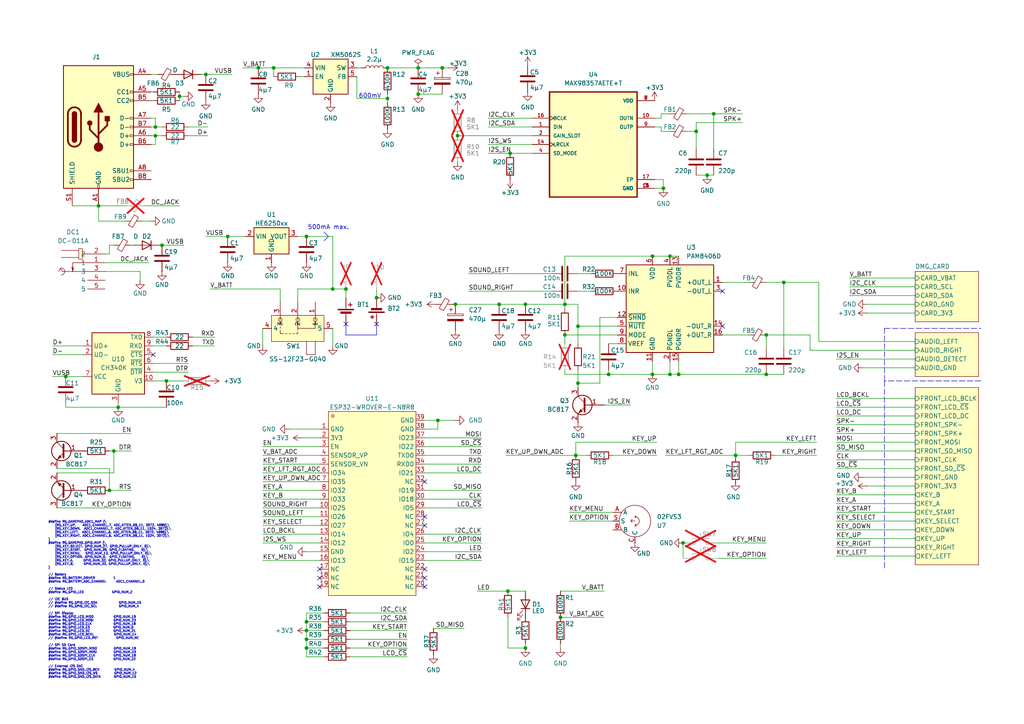
<source format=kicad_sch>
(kicad_sch (version 20231120) (generator "eeschema") (generator_version "8.0")
  (paper "A4")
  (junction (at 144.78 88.265))
  (junction (at 205.105 50.8))
  (junction (at 194.31 108.585))
  (junction (at 121.285 27.305))
  (junction (at 74.93 19.685))
  (junction (at 222.25 108.585))
  (junction (at 112.395 28.575) (diameter 0.9144))
  (junction (at 100.33 83.82))
  (junction (at 189.23 108.585))
  (junction (at 152.4 88.265))
  (junction (at 48.26 110.49))
  (junction (at 147.955 44.45))
  (junction (at 79.375 19.685))
  (junction (at 198.12 157.48))
  (junction (at 167.005 132.08))
  (junction (at 31.75 142.24))
  (junction (at 128.27 19.685))
  (junction (at 196.85 108.585))
  (junction (at 46.99 71.12))
  (junction (at 121.285 19.685) (diameter 0.9144))
  (junction (at 66.04 68.58))
  (junction (at 167.64 111.125))
  (junction (at 201.93 38.1))
  (junction (at 34.29 118.11))
  (junction (at 45.085 36.83))
  (junction (at 222.25 97.155))
  (junction (at 207.01 33.02))
  (junction (at 88.9 180.34))
  (junction (at 52.07 27.94))
  (junction (at 33.02 130.81))
  (junction (at 127 121.92))
  (junction (at 162.56 179.07))
  (junction (at 163.83 88.265))
  (junction (at 88.9 187.96))
  (junction (at 59.69 21.59))
  (junction (at 167.64 94.615))
  (junction (at 28.575 59.69))
  (junction (at 213.36 132.08))
  (junction (at 227.33 81.915))
  (junction (at 109.22 86.36))
  (junction (at 189.23 74.295))
  (junction (at 88.9 185.42))
  (junction (at 163.83 97.155))
  (junction (at 194.31 74.295))
  (junction (at 88.9 182.88))
  (junction (at 152.4 187.96))
  (junction (at 147.32 171.45))
  (junction (at 88.9 68.58))
  (junction (at 19.05 109.22))
  (junction (at 132.08 88.265))
  (junction (at 176.53 108.585))
  (junction (at 96.52 83.82))
  (junction (at 192.405 54.61))
  (junction (at 132.715 39.37))
  (junction (at 112.395 19.685))
  (junction (at 45.085 39.37))
  (no_connect (at 92.71 170.18))
  (no_connect (at 123.19 165.1))
  (no_connect (at 92.71 167.64))
  (no_connect (at 109.22 93.98))
  (no_connect (at 100.33 93.98))
  (no_connect (at 123.19 149.86))
  (no_connect (at 209.55 94.615))
  (no_connect (at 123.19 167.64))
  (no_connect (at 92.71 165.1))
  (no_connect (at 123.19 170.18))
  (no_connect (at 123.19 152.4))
  (no_connect (at 123.19 139.7))
  (no_connect (at 44.45 102.87))
  (no_connect (at 209.55 84.455))
  (wire (pts (xy 76.2 154.94) (xy 92.71 154.94)))
  (wire (pts (xy 123.19 124.46) (xy 127 124.46)))
  (wire (pts (xy 177.8 132.08) (xy 190.5 132.08)))
  (wire (pts (xy 213.36 132.08) (xy 217.17 132.08)))
  (wire (pts (xy 86.36 83.82) (xy 96.52 83.82)))
  (wire (pts (xy 191.77 33.02) (xy 191.77 34.29)))
  (wire (pts (xy 38.1 71.12) (xy 38.735 71.12)))
  (wire (pts (xy 147.955 44.45) (xy 154.305 44.45)))
  (wire (pts (xy 31.75 142.24) (xy 38.1 142.24)))
  (wire (pts (xy 76.2 95.25) (xy 76.2 100.33)))
  (wire (pts (xy 79.375 19.685) (xy 88.265 19.685)))
  (wire (pts (xy 242.57 115.57) (xy 265.43 115.57)))
  (wire (pts (xy 45.085 34.29) (xy 45.085 36.83)))
  (wire (pts (xy 44.45 110.49) (xy 48.26 110.49)))
  (wire (pts (xy 246.38 85.725) (xy 265.43 85.725)))
  (wire (pts (xy 163.83 99.695) (xy 163.83 97.155)))
  (wire (pts (xy 38.1 147.32) (xy 16.51 147.32)))
  (wire (pts (xy 96.52 68.58) (xy 96.52 83.82)))
  (wire (pts (xy 190.5 128.27) (xy 167.005 128.27)))
  (wire (pts (xy 207.01 33.02) (xy 207.01 43.18)))
  (wire (pts (xy 132.08 88.265) (xy 144.78 88.265)))
  (wire (pts (xy 53.34 27.94) (xy 52.07 27.94)))
  (wire (pts (xy 31.75 71.12) (xy 31.75 73.66)))
  (wire (pts (xy 242.57 143.51) (xy 265.43 143.51)))
  (wire (pts (xy 52.07 27.94) (xy 52.07 29.21)))
  (wire (pts (xy 167.64 84.455) (xy 171.45 84.455)))
  (wire (pts (xy 87.63 127) (xy 92.71 127)))
  (wire (pts (xy 201.93 35.56) (xy 215.265 35.56)))
  (wire (pts (xy 76.2 162.56) (xy 92.71 162.56)))
  (wire (pts (xy 189.23 74.295) (xy 194.31 74.295)))
  (wire (pts (xy 28.575 59.69) (xy 36.83 59.69)))
  (wire (pts (xy 44.45 100.33) (xy 48.26 100.33)))
  (wire (pts (xy 59.69 21.59) (xy 67.31 21.59)))
  (wire (pts (xy 70.485 19.685) (xy 74.93 19.685)))
  (wire (pts (xy 123.19 154.94) (xy 139.7 154.94)))
  (wire (pts (xy 101.6 187.96) (xy 118.11 187.96)))
  (wire (pts (xy 138.43 171.45) (xy 147.32 171.45)))
  (wire (pts (xy 242.57 161.29) (xy 265.43 161.29)))
  (wire (pts (xy 43.815 21.59) (xy 45.72 21.59)))
  (wire (pts (xy 86.36 68.58) (xy 88.9 68.58)))
  (wire (pts (xy 55.88 100.33) (xy 62.23 100.33)))
  (wire (pts (xy 141.605 44.45) (xy 147.955 44.45)))
  (wire (pts (xy 123.19 134.62) (xy 139.7 134.62)))
  (wire (pts (xy 30.48 76.2) (xy 43.18 76.2)))
  (wire (pts (xy 53.34 110.49) (xy 48.26 110.49)))
  (wire (pts (xy 20.955 59.69) (xy 28.575 59.69)))
  (polyline (pts (xy 93.98 67.31) (xy 95.25 68.58)))
  (wire (pts (xy 93.98 185.42) (xy 88.9 185.42)))
  (wire (pts (xy 242.57 128.27) (xy 265.43 128.27)))
  (wire (pts (xy 123.19 129.54) (xy 139.7 129.54)))
  (wire (pts (xy 147.32 179.07) (xy 147.32 187.96)))
  (wire (pts (xy 162.56 171.45) (xy 175.26 171.45)))
  (wire (pts (xy 44.45 105.41) (xy 54.61 105.41)))
  (wire (pts (xy 123.19 162.56) (xy 139.7 162.56)))
  (wire (pts (xy 189.865 52.07) (xy 192.405 52.07)))
  (wire (pts (xy 76.2 139.7) (xy 92.71 139.7)))
  (wire (pts (xy 265.43 99.06) (xy 237.49 99.06)))
  (wire (pts (xy 167.005 132.08) (xy 170.18 132.08)))
  (wire (pts (xy 30.48 78.74) (xy 40.64 78.74)))
  (wire (pts (xy 112.395 28.575) (xy 112.395 29.845)))
  (wire (pts (xy 88.9 182.88) (xy 88.9 185.42)))
  (wire (pts (xy 127 124.46) (xy 127 121.92)))
  (wire (pts (xy 76.2 132.08) (xy 92.71 132.08)))
  (wire (pts (xy 147.32 171.45) (xy 152.4 171.45)))
  (wire (pts (xy 222.25 108.585) (xy 227.33 108.585)))
  (wire (pts (xy 76.2 152.4) (xy 92.71 152.4)))
  (wire (pts (xy 194.31 33.02) (xy 191.77 33.02)))
  (wire (pts (xy 165.1 151.13) (xy 177.8 151.13)))
  (wire (pts (xy 31.75 130.81) (xy 33.02 130.81)))
  (wire (pts (xy 154.305 41.91) (xy 141.605 41.91)))
  (wire (pts (xy 15.24 109.22) (xy 19.05 109.22)))
  (wire (pts (xy 176.53 99.695) (xy 179.07 99.695)))
  (wire (pts (xy 242.57 104.14) (xy 265.43 104.14)))
  (wire (pts (xy 199.39 33.02) (xy 207.01 33.02)))
  (wire (pts (xy 16.51 135.89) (xy 31.75 135.89)))
  (wire (pts (xy 234.95 101.6) (xy 234.95 97.155)))
  (wire (pts (xy 208.28 157.48) (xy 222.25 157.48)))
  (polyline (pts (xy 256.54 95.25) (xy 284.48 95.25)) (stroke (width 0) (type dash)))
  (wire (pts (xy 54.61 36.83) (xy 60.325 36.83)))
  (wire (pts (xy 189.23 104.775) (xy 189.23 108.585)))
  (wire (pts (xy 234.95 97.155) (xy 222.25 97.155)))
  (wire (pts (xy 19.05 118.11) (xy 19.05 116.84)))
  (wire (pts (xy 167.64 94.615) (xy 167.64 99.695)))
  (wire (pts (xy 189.23 108.585) (xy 176.53 108.585)))
  (wire (pts (xy 125.73 182.245) (xy 134.62 182.245)))
  (wire (pts (xy 242.57 120.65) (xy 265.43 120.65)))
  (wire (pts (xy 93.98 190.5) (xy 88.9 190.5)))
  (wire (pts (xy 15.24 102.87) (xy 24.13 102.87)))
  (wire (pts (xy 135.89 84.455) (xy 160.02 84.455)))
  (wire (pts (xy 123.19 137.16) (xy 139.7 137.16)))
  (wire (pts (xy 88.9 160.02) (xy 92.71 160.02)))
  (wire (pts (xy 147.32 187.96) (xy 152.4 187.96)))
  (wire (pts (xy 167.005 128.27) (xy 167.005 132.08)))
  (wire (pts (xy 123.19 121.92) (xy 127 121.92)))
  (wire (pts (xy 173.99 111.125) (xy 173.99 92.075)))
  (wire (pts (xy 123.19 132.08) (xy 139.7 132.08)))
  (wire (pts (xy 213.36 128.27) (xy 213.36 132.08)))
  (wire (pts (xy 163.83 74.295) (xy 189.23 74.295)))
  (wire (pts (xy 242.57 130.81) (xy 265.43 130.81)))
  (wire (pts (xy 45.085 39.37) (xy 45.085 41.91)))
  (wire (pts (xy 176.53 107.315) (xy 176.53 108.585)))
  (wire (pts (xy 207.01 33.02) (xy 215.265 33.02)))
  (wire (pts (xy 31.75 73.66) (xy 30.48 73.66)))
  (wire (pts (xy 242.57 146.05) (xy 265.43 146.05)))
  (wire (pts (xy 242.57 125.73) (xy 265.43 125.73)))
  (wire (pts (xy 167.64 111.125) (xy 167.64 112.395)))
  (wire (pts (xy 76.2 142.24) (xy 92.71 142.24)))
  (wire (pts (xy 250.19 106.68) (xy 265.43 106.68)))
  (wire (pts (xy 33.02 130.81) (xy 33.02 137.16)))
  (wire (pts (xy 131.445 88.265) (xy 132.08 88.265)))
  (wire (pts (xy 15.24 100.33) (xy 24.13 100.33)))
  (wire (pts (xy 76.2 147.32) (xy 92.71 147.32)))
  (wire (pts (xy 209.55 97.155) (xy 217.17 97.155)))
  (wire (pts (xy 191.77 36.83) (xy 189.865 36.83)))
  (wire (pts (xy 93.98 182.88) (xy 88.9 182.88)))
  (wire (pts (xy 196.85 108.585) (xy 222.25 108.585)))
  (wire (pts (xy 55.88 97.79) (xy 62.23 97.79)))
  (wire (pts (xy 167.64 88.265) (xy 163.83 88.265)))
  (wire (pts (xy 179.07 94.615) (xy 167.64 94.615)))
  (wire (pts (xy 43.815 39.37) (xy 45.085 39.37)))
  (wire (pts (xy 93.98 180.34) (xy 88.9 180.34)))
  (wire (pts (xy 45.085 36.83) (xy 46.99 36.83)))
  (wire (pts (xy 167.64 79.375) (xy 171.45 79.375)))
  (wire (pts (xy 43.815 36.83) (xy 45.085 36.83)))
  (wire (pts (xy 76.2 157.48) (xy 92.71 157.48)))
  (wire (pts (xy 43.815 29.21) (xy 44.45 29.21)))
  (wire (pts (xy 81.28 87.63) (xy 81.28 83.82)))
  (wire (pts (xy 192.405 52.07) (xy 192.405 54.61)))
  (wire (pts (xy 163.83 97.155) (xy 179.07 97.155)))
  (wire (pts (xy 28.575 59.69) (xy 28.575 64.135)))
  (wire (pts (xy 101.6 182.88) (xy 118.11 182.88)))
  (wire (pts (xy 93.98 177.8) (xy 88.9 177.8)))
  (wire (pts (xy 88.9 187.96) (xy 88.9 185.42)))
  (wire (pts (xy 246.38 83.185) (xy 265.43 83.185)))
  (wire (pts (xy 36.195 64.135) (xy 28.575 64.135)))
  (wire (pts (xy 44.45 97.79) (xy 48.26 97.79)))
  (wire (pts (xy 162.56 179.07) (xy 175.26 179.07)))
  (wire (pts (xy 251.46 88.265) (xy 265.43 88.265)))
  (wire (pts (xy 58.42 21.59) (xy 59.69 21.59)))
  (wire (pts (xy 196.85 104.775) (xy 196.85 108.585)))
  (wire (pts (xy 86.36 83.82) (xy 86.36 87.63)))
  (wire (pts (xy 128.27 19.685) (xy 121.285 19.685)))
  (wire (pts (xy 46.99 71.12) (xy 53.34 71.12)))
  (wire (pts (xy 76.2 137.16) (xy 92.71 137.16)))
  (wire (pts (xy 86.995 22.225) (xy 88.265 22.225)))
  (wire (pts (xy 167.64 111.125) (xy 173.99 111.125)))
  (wire (pts (xy 194.31 38.1) (xy 191.77 38.1)))
  (wire (pts (xy 127 121.92) (xy 132.08 121.92)))
  (wire (pts (xy 237.49 99.06) (xy 237.49 81.915)))
  (wire (pts (xy 43.815 64.135) (xy 41.275 64.135)))
  (wire (pts (xy 224.79 132.08) (xy 236.855 132.08)))
  (wire (pts (xy 242.57 133.35) (xy 265.43 133.35)))
  (wire (pts (xy 76.2 134.62) (xy 92.71 134.62)))
  (wire (pts (xy 201.93 38.1) (xy 201.93 43.18)))
  (wire (pts (xy 242.57 118.11) (xy 265.43 118.11)))
  (wire (pts (xy 123.19 157.48) (xy 139.7 157.48)))
  (wire (pts (xy 167.64 107.315) (xy 167.64 111.125)))
  (wire (pts (xy 109.22 83.82) (xy 109.22 86.36)))
  (wire (pts (xy 242.57 158.75) (xy 265.43 158.75)))
  (wire (pts (xy 33.02 71.12) (xy 31.75 71.12)))
  (polyline (pts (xy 100.33 97.155) (xy 109.22 97.155)))
  (wire (pts (xy 101.6 185.42) (xy 118.11 185.42)))
  (wire (pts (xy 76.2 149.86) (xy 92.71 149.86)))
  (wire (pts (xy 31.75 135.89) (xy 31.75 142.24)))
  (wire (pts (xy 175.26 117.475) (xy 182.88 117.475)))
  (wire (pts (xy 163.83 107.315) (xy 163.83 108.585)))
  (wire (pts (xy 46.355 71.12) (xy 46.99 71.12)))
  (wire (pts (xy 48.26 118.11) (xy 34.29 118.11)))
  (wire (pts (xy 152.4 88.265) (xy 163.83 88.265)))
  (wire (pts (xy 144.78 88.265) (xy 152.4 88.265)))
  (wire (pts (xy 43.815 26.67) (xy 44.45 26.67)))
  (wire (pts (xy 250.19 138.43) (xy 265.43 138.43)))
  (wire (pts (xy 208.28 161.925) (xy 222.25 161.925)))
  (wire (pts (xy 132.715 39.37) (xy 154.305 39.37)))
  (wire (pts (xy 242.57 135.89) (xy 265.43 135.89)))
  (wire (pts (xy 251.46 140.97) (xy 265.43 140.97)))
  (wire (pts (xy 196.85 108.585) (xy 194.31 108.585)))
  (wire (pts (xy 101.6 180.34) (xy 118.11 180.34)))
  (wire (pts (xy 201.93 50.8) (xy 205.105 50.8)))
  (wire (pts (xy 189.865 54.61) (xy 192.405 54.61)))
  (wire (pts (xy 165.1 148.59) (xy 177.8 148.59)))
  (wire (pts (xy 222.25 81.915) (xy 227.33 81.915)))
  (wire (pts (xy 198.12 157.48) (xy 198.12 161.925)))
  (wire (pts (xy 201.93 35.56) (xy 201.93 38.1)))
  (wire (pts (xy 194.31 104.775) (xy 194.31 108.585)))
  (wire (pts (xy 196.85 74.295) (xy 194.31 74.295)))
  (wire (pts (xy 227.33 81.915) (xy 227.33 100.965)))
  (wire (pts (xy 101.6 190.5) (xy 118.11 190.5)))
  (wire (pts (xy 242.57 123.19) (xy 265.43 123.19)))
  (wire (pts (xy 88.9 180.34) (xy 88.9 182.88)))
  (wire (pts (xy 88.9 190.5) (xy 88.9 187.96)))
  (wire (pts (xy 173.99 92.075) (xy 179.07 92.075)))
  (wire (pts (xy 59.69 68.58) (xy 66.04 68.58)))
  (wire (pts (xy 96.52 95.25) (xy 96.52 100.33)))
  (wire (pts (xy 100.33 86.36) (xy 100.33 83.82)))
  (wire (pts (xy 45.085 39.37) (xy 46.99 39.37)))
  (polyline (pts (xy 100.33 93.98) (xy 100.33 97.155)))
  (wire (pts (xy 167.64 94.615) (xy 167.64 88.265)))
  (wire (pts (xy 242.57 148.59) (xy 265.43 148.59)))
  (wire (pts (xy 43.815 34.29) (xy 45.085 34.29)))
  (wire (pts (xy 88.9 68.58) (xy 96.52 68.58)))
  (wire (pts (xy 44.45 107.95) (xy 54.61 107.95)))
  (wire (pts (xy 76.2 144.78) (xy 92.71 144.78)))
  (wire (pts (xy 103.505 22.225) (xy 103.505 28.575)))
  (wire (pts (xy 101.6 177.8) (xy 118.11 177.8)))
  (wire (pts (xy 194.31 108.585) (xy 189.23 108.585)))
  (wire (pts (xy 76.2 129.54) (xy 92.71 129.54)))
  (wire (pts (xy 34.29 118.11) (xy 19.05 118.11)))
  (wire (pts (xy 191.77 38.1) (xy 191.77 36.83)))
  (wire (pts (xy 152.4 187.96) (xy 152.4 186.69)))
  (wire (pts (xy 251.46 90.805) (xy 265.43 90.805)))
  (wire (pts (xy 123.19 144.78) (xy 139.7 144.78)))
  (wire (pts (xy 19.05 109.22) (xy 24.13 109.22)))
  (wire (pts (xy 237.49 81.915) (xy 227.33 81.915)))
  (wire (pts (xy 16.51 125.73) (xy 38.1 125.73)))
  (polyline (pts (xy 93.98 69.85) (xy 95.25 68.58)))
  (wire (pts (xy 104.775 19.685) (xy 103.505 19.685)))
  (wire (pts (xy 79.375 19.685) (xy 79.375 22.225)))
  (polyline (pts (xy 256.54 110.49) (xy 256.54 95.25)) (stroke (width 0) (type dash)))
  (wire (pts (xy 191.77 34.29) (xy 189.865 34.29)))
  (wire (pts (xy 112.395 19.685) (xy 121.285 19.685)))
  (wire (pts (xy 242.57 151.13) (xy 265.43 151.13)))
  (wire (pts (xy 34.29 118.11) (xy 34.29 116.84)))
  (wire (pts (xy 66.04 68.58) (xy 71.12 68.58)))
  (wire (pts (xy 130.175 19.685) (xy 128.27 19.685)))
  (wire (pts (xy 205.105 50.8) (xy 207.01 50.8)))
  (wire (pts (xy 146.685 132.08) (xy 167.005 132.08)))
  (wire (pts (xy 236.855 128.27) (xy 213.36 128.27)))
  (wire (pts (xy 154.305 36.83) (xy 141.605 36.83)))
  (wire (pts (xy 96.52 83.82) (xy 100.33 83.82)))
  (wire (pts (xy 163.83 74.295) (xy 163.83 88.265)))
  (wire (pts (xy 41.91 59.69) (xy 52.07 59.69)))
  (wire (pts (xy 209.55 81.915) (xy 217.17 81.915)))
  (wire (pts (xy 246.38 80.645) (xy 265.43 80.645)))
  (wire (pts (xy 265.43 101.6) (xy 234.95 101.6)))
  (wire (pts (xy 163.83 88.265) (xy 163.83 89.535)))
  (wire (pts (xy 88.9 177.8) (xy 88.9 180.34)))
  (wire (pts (xy 54.61 39.37) (xy 60.325 39.37)))
  (wire (pts (xy 163.83 108.585) (xy 176.53 108.585)))
  (wire (pts (xy 154.305 34.29) (xy 141.605 34.29)))
  (wire (pts (xy 193.04 132.08) (xy 213.36 132.08)))
  (wire (pts (xy 33.02 130.81) (xy 38.1 130.81)))
  (polyline (pts (xy 284.48 110.49) (xy 256.54 110.49)) (stroke (width 0) (type dash)))
  (wire (pts (xy 121.285 27.305) (xy 128.27 27.305)))
  (wire (pts (xy 213.36 140.335) (xy 213.36 139.7)))
  (wire (pts (xy 74.93 19.685) (xy 79.375 19.685)))
  (wire (pts (xy 60.96 83.82) (xy 81.28 83.82)))
  (wire (pts (xy 242.57 156.21) (xy 265.43 156.21)))
  (wire (pts (xy 103.505 28.575) (xy 112.395 28.575)))
  (polyline (pts (xy 109.22 93.98) (xy 109.22 97.155)))
  (wire (pts (xy 123.19 160.02) (xy 139.7 160.02)))
  (wire (pts (xy 162.56 187.96) (xy 162.56 186.69)))
  (wire (pts (xy 123.19 147.32) (xy 139.7 147.32)))
  (wire (pts (xy 43.815 41.91) (xy 45.085 41.91)))
  (wire (pts (xy 83.82 124.46) (xy 92.71 124.46)))
  (wire (pts (xy 112.395 27.305) (xy 112.395 28.575)))
  (wire (pts (xy 16.51 137.16) (xy 33.02 137.16)))
  (wire (pts (xy 123.19 127) (xy 139.7 127)))
  (wire (pts (xy 123.19 142.24) (xy 139.7 142.24)))
  (wire (pts (xy 135.89 79.375) (xy 160.02 79.375)))
  (wire (pts (xy 199.39 38.1) (xy 201.93 38.1)))
  (wire (pts (xy 242.57 153.67) (xy 265.43 153.67)))
  (wire (pts (xy 93.98 187.96) (xy 88.9 187.96)))
  (wire (pts (xy 40.64 81.28) (xy 40.64 78.74)))
  (wire (pts (xy 213.36 132.715) (xy 213.36 132.08)))
  (wire (pts (xy 222.25 97.155) (xy 222.25 100.965)))
  (wire (pts (xy 52.07 26.67) (xy 52.07 27.94)))
  (polyline (pts (xy 256.54 110.49) (xy 256.54 165.1)) (stroke (width 0) (type dash)))
  (text "600mV" (at 107.315 27.94 0) (effects (font (size 1.27 1.27))))
  (text "#define RG_GAMEPAD_ADC1_MAP {\\\n    {RG_KEY_UP,    ADC1_CHANNEL_7, ADC_ATTEN_DB_11, 3072, 4096},\\\n    {RG_KEY_DOWN,  ADC1_CHANNEL_7, ADC_ATTEN_DB_11, 1024, 3072},\\\n    {RG_KEY_LEFT,  ADC1_CHANNEL_6, ADC_ATTEN_DB_11, 3072, 4096},\\\n    {RG_KEY_RIGHT, ADC1_CHANNEL_6, ADC_ATTEN_DB_11, 1024, 3072},\\\n}\n#define RG_GAMEPAD_GPIO_MAP {\\\n    {RG_KEY_SELECT, GPIO_NUM_27, GPIO_PULLUP_ONLY, 0},\\\n    {RG_KEY_START,  GPIO_NUM_39, GPIO_FLOATING,    0},\\\n    {RG_KEY_MENU,   GPIO_NUM_13, GPIO_PULLUP_ONLY, 0},\\\n    {RG_KEY_OPTION, GPIO_NUM_0,  GPIO_FLOATING,    0},\\\n    {RG_KEY_A,      GPIO_NUM_32, GPIO_PULLUP_ONLY, 0},\\\n    {RG_KEY_B,      GPIO_NUM_33, GPIO_PULLUP_ONLY, 0},\\\n}\n\n// Battery\n#define RG_BATTERY_DRIVER           1\n#define RG_BATTERY_ADC_CHANNEL      ADC1_CHANNEL_0\n\n// Status LED\n#define RG_GPIO_LED                 GPIO_NUM_2\n\n// I2C BUS\n// #define RG_GPIO_I2C_SDA             GPIO_NUM_15\n// #define RG_GPIO_I2C_SCL             GPIO_NUM_4\n\n// SPI Display\n#define RG_GPIO_LCD_MISO            GPIO_NUM_19\n#define RG_GPIO_LCD_MOSI            GPIO_NUM_23\n#define RG_GPIO_LCD_CLK             GPIO_NUM_18\n#define RG_GPIO_LCD_CS              GPIO_NUM_5\n#define RG_GPIO_LCD_DC              GPIO_NUM_21\n#define RG_GPIO_LCD_BCKL            GPIO_NUM_14\n// #define RG_GPIO_LCD_RST           GPIO_NUM_NC\n\n// SPI SD Card\n#define RG_GPIO_SDSPI_MISO          GPIO_NUM_19\n#define RG_GPIO_SDSPI_MOSI          GPIO_NUM_23\n#define RG_GPIO_SDSPI_CLK           GPIO_NUM_18\n#define RG_GPIO_SDSPI_CS            GPIO_NUM_22\n\n// External I2S DAC\n#define RG_GPIO_SND_I2S_BCK         GPIO_NUM_4\n#define RG_GPIO_SND_I2S_WS          GPIO_NUM_12\n#define RG_GPIO_SND_I2S_DATA        GPIO_NUM_15" (at 13.97 173.99 0) (effects (font (size 0.635 0.635)) (justify left)))
  (text "500mA max." (at 95.25 66.04 0) (effects (font (size 1.27 1.27))))
  (label "I2C_SDA" (at 246.38 85.725 0))
  (label "V_BATT" (at 175.26 171.45 180))
  (label "KEY_LFT_RGT_ADC" (at 76.2 137.16 0))
  (label "VUSB" (at 15.24 109.22 0))
  (label "I2C_CLK" (at 141.605 34.29 0))
  (label "RXD" (at 62.23 97.79 180))
  (label "DTR" (at 54.61 107.95 180))
  (label "KEY_RIGHT" (at 236.855 132.08 180))
  (label "V_BAT_ADC" (at 175.26 179.07 180))
  (label "I2C_CLK" (at 139.7 154.94 180))
  (label "VUSB" (at 59.69 68.58 0))
  (label "D+" (at 15.24 100.33 0))
  (label "CLK" (at 139.7 144.78 180))
  (label "SD_MISO" (at 139.7 142.24 180))
  (label "SPK+" (at 242.57 125.73 0))
  (label "TXD" (at 62.23 100.33 180))
  (label "EN" (at 76.2 129.54 0))
  (label "LED" (at 138.43 171.45 0))
  (label "EN" (at 38.1 125.73 180))
  (label "KEY_RIGHT" (at 242.57 158.75 0))
  (label "RXD" (at 139.7 134.62 180))
  (label "I2S_EN" (at 141.605 44.45 0))
  (label "KEY_LEFT" (at 236.855 128.27 180))
  (label "KEY_UP_DWN_ADC" (at 76.2 139.7 0))
  (label "SOUND_LEFT" (at 135.89 79.375 0))
  (label "I2C_SDA" (at 141.605 36.83 0))
  (label "KEY_DOWN" (at 190.5 132.08 180))
  (label "MOSI" (at 139.7 127 180))
  (label "SPK-" (at 215.265 33.02 180))
  (label "DTR" (at 38.1 130.81 180))
  (label "KEY_LEFT" (at 242.57 161.29 0))
  (label "LCD_BCKL" (at 76.2 154.94 0))
  (label "KEY_SELECT" (at 76.2 152.4 0))
  (label "SOUND_LEFT" (at 76.2 149.86 0))
  (label "EN" (at 118.11 185.42 180))
  (label "LCD_DC" (at 139.7 137.16 180))
  (label "SD_MISO" (at 242.57 130.81 0))
  (label "LED" (at 139.7 160.02 180))
  (label "TXD" (at 139.7 132.08 180))
  (label "DC_JACK" (at 43.18 76.2 180))
  (label "LCD_BCKL" (at 242.57 115.57 0))
  (label "KEY_B" (at 242.57 143.51 0))
  (label "KEY_OPTION" (at 165.1 151.13 0))
  (label "KEY_OPTION" (at 222.25 161.925 180))
  (label "KEY_A" (at 76.2 142.24 0))
  (label "I2S_WS" (at 141.605 41.91 0))
  (label "SD_MISO" (at 134.62 182.245 180))
  (label "V_BATT" (at 70.485 19.685 0))
  (label "SD_~{CS}" (at 139.7 129.54 180))
  (label "KEY_MENU" (at 165.1 148.59 0))
  (label "KEY_UP" (at 190.5 128.27 180))
  (label "CLK" (at 242.57 133.35 0))
  (label "D-" (at 15.24 102.87 0))
  (label "I2C_SDA" (at 118.11 180.34 180))
  (label "RTS" (at 38.1 142.24 180))
  (label "MOSI" (at 242.57 128.27 0))
  (label "I2S_WS" (at 76.2 157.48 0))
  (label "KEY_A" (at 242.57 146.05 0))
  (label "I2C_CLK" (at 246.38 83.185 0))
  (label "KEY_UP_DWN_ADC" (at 146.685 132.08 0))
  (label "RTS" (at 54.61 105.41 180))
  (label "SPK-" (at 242.57 123.19 0))
  (label "V_BATT" (at 60.96 83.82 0))
  (label "KEY_MENU" (at 76.2 162.56 0))
  (label "VUSB" (at 53.34 71.12 180))
  (label "KEY_MENU" (at 222.25 157.48 180))
  (label "LCD_DC" (at 242.57 120.65 0))
  (label "V_BAT_ADC" (at 76.2 132.08 0))
  (label "I2C_SDA" (at 139.7 162.56 180))
  (label "KEY_OPTION" (at 38.1 147.32 180))
  (label "KEY_LFT_RGT_ADC" (at 193.04 132.08 0))
  (label "SOUND_RIGHT" (at 76.2 147.32 0))
  (label "LCD_~{CS}" (at 139.7 147.32 180))
  (label "SOUND_RIGHT" (at 135.89 84.455 0))
  (label "KEY_SELECT" (at 242.57 151.13 0))
  (label "LCD_~{CS}" (at 242.57 118.11 0))
  (label "SD_~{CS}" (at 242.57 135.89 0))
  (label "KEY_OPTION" (at 139.7 157.48 180))
  (label "KEY_B" (at 76.2 144.78 0))
  (label "D-" (at 60.325 36.83 180))
  (label "I2S_EN" (at 242.57 104.14 0))
  (label "V_BATT" (at 246.38 80.645 0))
  (label "SPK+" (at 215.265 35.56 180))
  (label "KEY_START" (at 242.57 148.59 0))
  (label "I2S_EN" (at 182.88 117.475 180))
  (label "KEY_START" (at 118.11 182.88 180))
  (label "KEY_OPTION" (at 118.11 187.96 180))
  (label "DC_JACK" (at 52.07 59.69 180))
  (label "KEY_START" (at 76.2 134.62 0))
  (label "I2C_CLK" (at 118.11 177.8 180))
  (label "KEY_DOWN" (at 242.57 153.67 0))
  (label "KEY_UP" (at 242.57 156.21 0))
  (label "LCD_~{CS}" (at 118.11 190.5 180))
  (label "D+" (at 60.325 39.37 180))
  (label "VUSB" (at 67.31 21.59 180))
  (symbol (lib_id "Device:FerriteBead_Small") (at 196.85 38.1 90) (unit 1)
    (property "Reference" "FB2" (at 194.31 36.83 90))
    (property "Value" "FerriteBead_Small" (effects (hide yes)))
    (property "Footprint" "Inductor_SMD:L_0805_2012Metric" (effects (hide yes)))
    (property "Description" "600R 100MHz 100mOhm 2Amp" (effects (hide yes)))
    (property "LCSC" "C963878" (effects (hide yes)))
    (property "SOURCED" "jop" (effects (hide yes)))
  )
  (symbol (lib_id "Device:LED") (at 152.4 175.26 270) (mirror x) (unit 1)
    (property "Reference" "D1" (at 154.305 175.26 90) (effects (justify left)))
    (property "Value" "LED" (at 154.305 177.165 90) (effects (justify left)))
    (property "Footprint" "LED_SMD:LED_0603_1608Metric" (effects (hide yes)))
    (property "Description" "Light emitting diode" (effects (hide yes)))
    (property "SOURCED" "jop" (effects (hide yes)))
  )
  (symbol (lib_id "power:+3V3") (at 251.46 140.97 90) (mirror x) (unit 1)
    (property "Reference" "#PWR026" (effects (hide yes)))
    (property "Value" "+3V3" (at 247.523 140.208 90) (effects (justify left)))
  )
  (symbol (lib_id "easyeda2kicad:DC-011A") (at 24.13 76.2 0) (unit 1)
    (property "Reference" "DC1" (at 21.21 67.31 0))
    (property "Value" "DC-011A" (at 21.21 69.85 0))
    (property "Footprint" "easyeda2kicad:DC-IN-TH_DC-011A" (effects (hide yes)))
    (property "Datasheet" "https://www.lcsc.com/datasheet/lcsc_datasheet_2110111230_XKB-Connection-DC-011A_C480366.pdf" (effects (hide yes)))
    (property "LCSC Part" "C480366" (effects (hide yes)))
    (property "SOURCED" "jop" (effects (hide yes)))
  )
  (symbol (lib_id "Connector:Conn_01x01_Pin") (at 100.33 78.74 270) (unit 1) (dnp yes)
    (property "Reference" "J9" (at 99.06 77.47 90) (effects (justify left)))
    (property "Value" "Conn_01x01_Pin" (effects (hide yes)))
    (property "Footprint" "TheBrutzlers_Lib:NINTENDO_PLUS" (effects (hide yes)))
    (property "Description" "Generic connector, single row, 01x01, script generated" (effects (hide yes)))
  )
  (symbol (lib_id "Device:C") (at 19.05 113.03 0) (unit 1)
    (property "Reference" "C11" (at 19.05 111.125 0) (effects (justify left)))
    (property "Value" "4µ7" (at 19.05 115.57 0) (effects (justify left)))
    (property "Footprint" "Capacitor_SMD:C_1206_3216Metric" (effects (hide yes)))
    (property "Description" "25V" (effects (hide yes)))
    (property "LCSC" "C282809" (effects (hide yes)))
    (property "SOURCED" "jop" (effects (hide yes)))
  )
  (symbol (lib_id "Device:C") (at 59.69 25.4 0) (unit 1)
    (property "Reference" "C2" (at 60.325 23.495 0) (effects (justify left)))
    (property "Value" "4µ7" (at 60.325 27.94 0) (effects (justify left)))
    (property "Footprint" "Capacitor_SMD:C_1206_3216Metric" (effects (hide yes)))
    (property "Description" "25V" (effects (hide yes)))
    (property "LCSC" "C282809" (effects (hide yes)))
    (property "SOURCED" "jop" (effects (hide yes)))
  )
  (symbol (lib_id "Device:R") (at 163.83 93.345 0) (unit 1)
    (property "Reference" "R11" (at 158.75 92.075 0) (effects (justify left)))
    (property "Value" "5K1" (at 158.75 93.9801 0) (effects (justify left)))
    (property "Footprint" "Resistor_SMD:R_0603_1608Metric" (effects (hide yes)))
    (property "LCSC" "C26000" (effects (hide yes)))
    (property "SOURCED" "jop" (effects (hide yes)))
  )
  (symbol (lib_id "Regulator_Switching:TLV62568DBV") (at 95.885 22.225 0) (unit 1)
    (property "Reference" "U2" (at 91.44 15.875 0))
    (property "Value" "XM5062S" (at 100.33 15.875 0))
    (property "Footprint" "Package_TO_SOT_SMD:SOT-23-5" (effects (hide yes)))
    (property "Datasheet" "https://datasheet.lcsc.com/lcsc/2111231130_XySemi-XM5062S-ADJ_C2924930.pdf" (effects (hide yes)))
    (property "LCSC" "C2924930" (effects (hide yes)))
    (property "SOURCED" "jop" (effects (hide yes)))
  )
  (symbol (lib_id "Device:R") (at 50.8 39.37 90) (unit 1)
    (property "Reference" "R7" (at 50.8 41.275 90))
    (property "Value" "22" (at 50.8 39.37 90))
    (property "Footprint" "Resistor_SMD:R_0603_1608Metric_Pad0.98x0.95mm_HandSolder" (effects (hide yes)))
    (property "LCSC" "C1203" (effects (hide yes)))
    (property "SOURCED" "jop" (effects (hide yes)))
  )
  (symbol (lib_id "Device:R") (at 52.07 100.33 270) (unit 1)
    (property "Reference" "R44" (at 46.99 99.06 90))
    (property "Value" "22" (at 52.07 100.33 90))
    (property "Footprint" "Resistor_SMD:R_0603_1608Metric_Pad0.98x0.95mm_HandSolder" (effects (hide yes)))
    (property "LCSC" "C1203" (effects (hide yes)))
    (property "SOURCED" "jop" (effects (hide yes)))
  )
  (symbol (lib_id "Device:R") (at 97.79 185.42 270) (unit 1)
    (property "Reference" "R39" (at 91.44 184.15 90))
    (property "Value" "5K1" (at 97.79 185.42 90))
    (property "Footprint" "Resistor_SMD:R_0603_1608Metric_Pad0.98x0.95mm_HandSolder" (effects (hide yes)))
    (property "LCSC" "C26000" (effects (hide yes)))
    (property "SOURCED" "jop" (effects (hide yes)))
  )
  (symbol (lib_id "Device:R") (at 27.94 142.24 270) (unit 1)
    (property "Reference" "R31" (at 27.94 139.7 90))
    (property "Value" "5K1" (at 27.94 142.24 90))
    (property "Footprint" "Resistor_SMD:R_0603_1608Metric_Pad0.98x0.95mm_HandSolder" (effects (hide yes)))
    (property "LCSC" "C26000" (effects (hide yes)))
    (property "SOURCED" "jop" (effects (hide yes)))
  )
  (symbol (lib_id "Device:R") (at 97.79 190.5 270) (unit 1)
    (property "Reference" "R42" (at 91.44 189.23 90))
    (property "Value" "5K1" (at 97.79 190.5 90))
    (property "Footprint" "Resistor_SMD:R_0603_1608Metric_Pad0.98x0.95mm_HandSolder" (effects (hide yes)))
    (property "LCSC" "C26000" (effects (hide yes)))
    (property "SOURCED" "jop" (effects (hide yes)))
  )
  (symbol (lib_id "power:GND") (at 167.005 139.7 0) (unit 1)
    (property "Reference" "#PWR021" (effects (hide yes)))
    (property "Value" "GND" (at 167.005 144.145 0))
    (property "Description" "Power symbol creates a global label with name \"GND\" , ground" (effects (hide yes)))
  )
  (symbol (lib_id "power:GND") (at 167.64 122.555 0) (mirror y) (unit 1)
    (property "Reference" "#PWR014" (effects (hide yes)))
    (property "Value" "GND" (at 167.64 126.365 0))
  )
  (symbol (lib_id "Device:R") (at 152.4 182.88 0) (unit 1)
    (property "Reference" "R3" (at 150.495 182.88 90))
    (property "Value" "5K1" (at 152.4 182.88 90))
    (property "Footprint" "Resistor_SMD:R_0603_1608Metric_Pad0.98x0.95mm_HandSolder" (effects (hide yes)))
    (property "LCSC" "C26000" (effects (hide yes)))
    (property "SOURCED" "jop" (effects (hide yes)))
  )
  (symbol (lib_id "Regulator_Linear:HT75xx-1-SOT89") (at 78.74 71.12 0) (unit 1)
    (property "Reference" "U1" (at 78.74 62.23 0))
    (property "Value" "HE6250xx" (at 78.74 64.77 0))
    (property "Footprint" "Package_TO_SOT_SMD:SOT-89-3" (effects (hide yes)))
    (property "Datasheet" "https://www.lcsc.com/datasheet/lcsc_datasheet_2007271206_HEERMICR-HE6250MPR_C711940.pdf" (effects (hide yes)))
    (property "Description" "500mA Low Dropout Voltage Regulator, Fixed Output, SOT89" (effects (hide yes)))
    (property "LCSC" "C711940" (effects (hide yes)))
    (property "SOURCED" "jop" (effects (hide yes)))
  )
  (symbol (lib_id "power:GND") (at 250.19 106.68 270) (mirror x) (unit 1)
    (property "Reference" "#PWR031" (effects (hide yes)))
    (property "Value" "GND" (at 245.11 106.68 90))
  )
  (symbol (lib_id "Device:FerriteBead_Small") (at 35.56 71.12 90) (unit 1)
    (property "Reference" "FB7" (at 34.29 68.58 90))
    (property "Value" "FerriteBead_Small" (effects (hide yes)))
    (property "Footprint" "Inductor_SMD:L_0805_2012Metric" (effects (hide yes)))
    (property "Description" "600R 100MHz 100mOhm 2Amp" (effects (hide yes)))
    (property "LCSC" "C963878" (effects (hide yes)))
    (property "SOURCED" "jop" (effects (hide yes)))
  )
  (symbol (lib_id "power:GND") (at 59.69 29.21 0) (unit 1)
    (property "Reference" "#PWR07" (effects (hide yes)))
    (property "Value" "GND" (at 59.69 33.655 0))
    (property "Description" "Power symbol creates a global label with name \"GND\" , ground" (effects (hide yes)))
  )
  (symbol (lib_id "power:GND") (at 162.56 187.96 0) (unit 1)
    (property "Reference" "#PWR02" (effects (hide yes)))
    (property "Value" "GND" (at 162.56 192.405 0))
    (property "Description" "Power symbol creates a global label with name \"GND\" , ground" (effects (hide yes)))
  )
  (symbol (lib_id "power:+3V3") (at 132.715 31.75 0) (unit 1)
    (property "Reference" "#PWR034" (effects (hide yes)))
    (property "Value" "+3V3" (at 132.715 27.94 0))
    (property "Description" "Power symbol creates a global label with name \"+3V3\"" (effects (hide yes)))
  )
  (symbol (lib_id "Device:C") (at 207.01 46.99 180) (unit 1)
    (property "Reference" "C7" (at 208.28 44.45 0) (effects (justify right)))
    (property "Value" "220p" (at 208.28 49.53 0) (effects (justify right)))
    (property "Footprint" "Capacitor_SMD:C_0603_1608Metric" (effects (hide yes)))
    (property "Description" "50V" (effects (hide yes)))
    (property "LCSC" "C107081" (effects (hide yes)))
    (property "SOURCED" "jop" (effects (hide yes)))
  )
  (symbol (lib_id "power:+3V3") (at 87.63 127 90) (unit 1)
    (property "Reference" "#PWR045" (effects (hide yes)))
    (property "Value" "+3V3" (at 83.82 127 90) (effects (justify left)))
    (property "Description" "Power symbol creates a global label with name \"+3V3\"" (effects (hide yes)))
  )
  (symbol (lib_id "Device:R") (at 52.07 97.79 270) (unit 1)
    (property "Reference" "R43" (at 46.99 96.52 90))
    (property "Value" "22" (at 52.07 97.79 90))
    (property "Footprint" "Resistor_SMD:R_0603_1608Metric_Pad0.98x0.95mm_HandSolder" (effects (hide yes)))
    (property "LCSC" "C1203" (effects (hide yes)))
    (property "SOURCED" "jop" (effects (hide yes)))
  )
  (symbol (lib_id "power:+3V3") (at 251.46 90.805 90) (unit 1)
    (property "Reference" "#PWR040" (effects (hide yes)))
    (property "Value" "+3V3" (at 248.285 90.8049 90) (effects (justify left)))
    (property "Description" "Power symbol creates a global label with name \"+3V3\"" (effects (hide yes)))
  )
  (symbol (lib_id "Device:C") (at 88.9 72.39 0) (unit 1)
    (property "Reference" "C3" (at 89.535 70.485 0) (effects (justify left)))
    (property "Value" "4µ7" (at 89.535 74.93 0) (effects (justify left)))
    (property "Footprint" "Capacitor_SMD:C_1206_3216Metric" (effects (hide yes)))
    (property "Description" "25V" (effects (hide yes)))
    (property "LCSC" "C282809" (effects (hide yes)))
    (property "SOURCED" "jop" (effects (hide yes)))
  )
  (symbol (lib_id "Device:C") (at 46.99 74.93 0) (unit 1)
    (property "Reference" "C19" (at 47.625 73.025 0) (effects (justify left)))
    (property "Value" "4µ7" (at 47.625 77.47 0) (effects (justify left)))
    (property "Footprint" "Capacitor_SMD:C_1206_3216Metric" (effects (hide yes)))
    (property "Description" "25V" (effects (hide yes)))
    (property "LCSC" "C282809" (effects (hide yes)))
    (property "SOURCED" "jop" (effects (hide yes)))
  )
  (symbol (lib_id "power:GND") (at 125.73 189.865 0) (unit 1)
    (property "Reference" "#PWR033" (effects (hide yes)))
    (property "Value" "GND" (at 125.73 194.31 0))
    (property "Description" "Power symbol creates a global label with name \"GND\" , ground" (effects (hide yes)))
  )
  (symbol (lib_id "Device:R") (at 163.83 103.505 0) (unit 1) (in_bom no) (dnp yes)
    (property "Reference" "R14" (at 157.48 103.505 0) (effects (justify left)))
    (property "Value" "5K1" (at 157.48 106.045 0) (effects (justify left)))
    (property "Footprint" "Resistor_SMD:R_0603_1608Metric" (effects (hide yes)))
    (property "LCSC" "C26000" (effects (hide yes)))
  )
  (symbol (lib_id "Transistor_BJT:BC817") (at 170.18 117.475 0) (mirror y) (unit 1)
    (property "Reference" "Q3" (at 165.1 116.2049 0) (effects (justify left)))
    (property "Value" "BC817" (at 165.1 118.7449 0) (effects (justify left)))
    (property "Footprint" "Package_TO_SOT_SMD:SOT-323_SC-70" (effects (hide yes)))
    (property "Datasheet" "https://www.onsemi.com/pub/Collateral/BC818-D.pdf" (effects (hide yes)))
    (property "Description" "0.8A Ic, 45V Vce, NPN Transistor, SOT-23" (effects (hide yes)))
    (property "LCSC" "C383187" (effects (hide yes)))
    (property "SOURCED" "jop" (effects (hide yes)))
  )
  (symbol (lib_id "Device:C") (at 222.25 104.775 0) (unit 1)
    (property "Reference" "C16" (at 219.71 102.235 0) (effects (justify right)))
    (property "Value" "220p" (at 220.98 107.315 0) (effects (justify right)))
    (property "Footprint" "Capacitor_SMD:C_0603_1608Metric" (effects (hide yes)))
    (property "Description" "50V" (effects (hide yes)))
    (property "LCSC" "C107081" (effects (hide yes)))
    (property "SOURCED" "jop" (effects (hide yes)))
  )
  (symbol (lib_id "Connector:Conn_01x01_Pin") (at 109.22 78.74 270) (unit 1) (dnp yes)
    (property "Reference" "J10" (at 107.95 77.47 90) (effects (justify left)))
    (property "Value" "Conn_01x01_Pin" (effects (hide yes)))
    (property "Footprint" "TheBrutzlers_Lib:NINTENDO_MINUS" (effects (hide yes)))
    (property "Description" "Generic connector, single row, 01x01, script generated" (effects (hide yes)))
  )
  (symbol (lib_id "Device:R") (at 48.26 29.21 90) (unit 1)
    (property "Reference" "R5" (at 48.26 31.75 90))
    (property "Value" "5K1" (at 48.26 29.21 90))
    (property "Footprint" "Resistor_SMD:R_0603_1608Metric_Pad0.98x0.95mm_HandSolder" (effects (hide yes)))
    (property "LCSC" "C26000" (effects (hide yes)))
    (property "SOURCED" "jop" (effects (hide yes)))
  )
  (symbol (lib_id "power:GND") (at 213.36 139.7 0) (unit 1)
    (property "Reference" "#PWR022" (effects (hide yes)))
    (property "Value" "GND" (at 212.725 144.145 0))
    (property "Description" "Power symbol creates a global label with name \"GND\" , ground" (effects (hide yes)))
  )
  (symbol (lib_id "power:GND") (at 112.395 37.465 0) (unit 1)
    (property "Reference" "#PWR013" (effects (hide yes)))
    (property "Value" "GND" (at 112.395 41.91 0))
    (property "Description" "Power symbol creates a global label with name \"GND\" , ground" (effects (hide yes)))
  )
  (symbol (lib_id "Device:C") (at 74.93 23.495 0) (unit 1)
    (property "Reference" "C8" (at 74.93 21.59 0) (effects (justify left)))
    (property "Value" "4µ7" (at 74.93 26.035 0) (effects (justify left)))
    (property "Footprint" "Capacitor_SMD:C_1206_3216Metric" (effects (hide yes)))
    (property "Description" "25V" (effects (hide yes)))
    (property "LCSC" "C282809" (effects (hide yes)))
    (property "SOURCED" "jop" (effects (hide yes)))
  )
  (symbol (lib_id "Device:R") (at 97.79 182.88 270) (unit 1)
    (property "Reference" "R38" (at 91.44 181.61 90))
    (property "Value" "5K1" (at 97.79 182.88 90))
    (property "Footprint" "Resistor_SMD:R_0603_1608Metric_Pad0.98x0.95mm_HandSolder" (effects (hide yes)))
    (property "LCSC" "C26000" (effects (hide yes)))
    (property "SOURCED" "jop" (effects (hide yes)))
  )
  (symbol (lib_id "power:GND") (at 189.23 108.585 0) (mirror y) (unit 1)
    (property "Reference" "#PWR09" (effects (hide yes)))
    (property "Value" "GND" (at 189.23 112.395 0))
  )
  (symbol (lib_id "Device:C_Polarized") (at 132.08 92.075 0) (unit 1)
    (property "Reference" "C27" (at 135.89 89.9159 0) (effects (justify left)))
    (property "Value" "470µ" (at 135.89 92.4559 0) (effects (justify left)))
    (property "Description" "Polarized capacitor" (effects (hide yes)))
  )
  (symbol (lib_id "Device:FerriteBead_Small") (at 196.85 33.02 90) (unit 1)
    (property "Reference" "FB1" (at 194.31 31.75 90))
    (property "Value" "FerriteBead_Small" (effects (hide yes)))
    (property "Footprint" "Inductor_SMD:L_0805_2012Metric" (effects (hide yes)))
    (property "Description" "600R 100MHz 100mOhm 2Amp" (effects (hide yes)))
    (property "LCSC" "C963878" (effects (hide yes)))
    (property "SOURCED" "jop" (effects (hide yes)))
  )
  (symbol (lib_id "Device:C") (at 66.04 72.39 0) (unit 1)
    (property "Reference" "C1" (at 66.675 70.485 0) (effects (justify left)))
    (property "Value" "4µ7" (at 66.675 74.93 0) (effects (justify left)))
    (property "Footprint" "Capacitor_SMD:C_1206_3216Metric" (effects (hide yes)))
    (property "Description" "25V" (effects (hide yes)))
    (property "LCSC" "C282809" (effects (hide yes)))
    (property "SOURCED" "jop" (effects (hide yes)))
  )
  (symbol (lib_id "Device:C_Polarized") (at 128.27 23.495 0) (unit 1)
    (property "Reference" "C28" (at 132.08 21.3359 0) (effects (justify left)))
    (property "Value" "470µ" (at 132.08 23.8759 0) (effects (justify left)))
    (property "Description" "Polarized capacitor" (effects (hide yes)))
  )
  (symbol (lib_id "power:GND") (at 34.29 118.11 0) (unit 1)
    (property "Reference" "#PWR048" (effects (hide yes)))
    (property "Value" "GND" (at 34.29 121.92 0))
    (property "Description" "Power symbol creates a global label with name \"GND\" , ground" (effects (hide yes)))
  )
  (symbol (lib_id "Device:R") (at 147.955 48.26 0) (unit 1)
    (property "Reference" "R20" (at 142.875 46.99 0) (effects (justify left)))
    (property "Value" "5K1" (at 147.955 50.8 90) (effects (justify left)))
    (property "Footprint" "Resistor_SMD:R_0603_1608Metric" (effects (hide yes)))
    (property "LCSC" "C26000" (effects (hide yes)))
    (property "SOURCED" "jop" (effects (hide yes)))
  )
  (symbol (lib_id "Device:FerriteBead_Small") (at 219.71 97.155 90) (unit 1)
    (property "Reference" "FB5" (at 217.17 95.885 90))
    (property "Value" "FerriteBead_Small" (effects (hide yes)))
    (property "Footprint" "Inductor_SMD:L_0805_2012Metric" (effects (hide yes)))
    (property "Description" "600R 100MHz 100mOhm 2Amp" (effects (hide yes)))
    (property "LCSC" "C963878" (effects (hide yes)))
    (property "SOURCED" "jop" (effects (hide yes)))
  )
  (symbol (lib_id "Device:R") (at 175.26 84.455 90) (unit 1)
    (property "Reference" "R32" (at 172.72 83.185 90) (effects (justify left)))
    (property "Value" "100K" (at 177.8 84.455 90) (effects (justify left)))
    (property "Footprint" "Resistor_SMD:R_0603_1608Metric_Pad0.98x0.95mm_HandSolder" (effects (hide yes)))
    (property "LCSC" "C15458" (effects (hide yes)))
    (property "SOURCED" "jop" (effects (hide yes)))
  )
  (symbol (lib_id "Device:R") (at 132.715 35.56 0) (unit 1) (in_bom no) (dnp yes)
    (property "Reference" "R8" (at 135.255 34.9249 0) (effects (justify left)))
    (property "Value" "5K1" (at 135.255 36.83 0) (effects (justify left)))
    (property "Footprint" "Resistor_SMD:R_0603_1608Metric" (effects (hide yes)))
    (property "LCSC" "C26000" (effects (hide yes)))
  )
  (symbol (lib_id "Device:Battery_Cell") (at 109.22 88.9 180) (unit 1)
    (property "Reference" "BT2" (at 112.395 89.4714 0) (effects (justify right)))
    (property "Value" "Battery_Cell" (effects (hide yes)))
    (property "Footprint" "TheBrutzlers_Lib:BATTERY_AA_SMD_MINUS" (effects (hide yes)))
    (property "Description" "Single-cell battery" (effects (hide yes)))
    (property "LCSC" "C964876" (effects (hide yes)))
    (property "ALI" "1005004658894022" (effects (hide yes)))
    (property "SOURCED" "jop" (effects (hide yes)))
  )
  (symbol (lib_id "power:GND") (at 76.2 100.33 0) (unit 1)
    (property "Reference" "#PWR036" (effects (hide yes)))
    (property "Value" "GND" (at 73.66 100.33 0))
    (property "Description" "Power symbol creates a global label with name \"GND\" , ground" (effects (hide yes)))
  )
  (symbol (lib_id "power:GND") (at 66.04 76.2 0) (unit 1)
    (property "Reference" "#PWR06" (effects (hide yes)))
    (property "Value" "GND" (at 66.04 80.01 0))
    (property "Description" "Power symbol creates a global label with name \"GND\" , ground" (effects (hide yes)))
  )
  (symbol (lib_id "Device:R") (at 48.26 26.67 270) (unit 1)
    (property "Reference" "R4" (at 48.26 24.765 90))
    (property "Value" "5K1" (at 48.26 26.67 90))
    (property "Footprint" "Resistor_SMD:R_0603_1608Metric_Pad0.98x0.95mm_HandSolder" (effects (hide yes)))
    (property "LCSC" "C26000" (effects (hide yes)))
    (property "SOURCED" "jop" (effects (hide yes)))
  )
  (symbol (lib_id "Device:FerriteBead_Small") (at 39.37 59.69 90) (unit 1) (in_bom no) (dnp yes)
    (property "Reference" "FB8" (at 35.56 58.42 90))
    (property "Value" "FerriteBead_Small" (effects (hide yes)))
    (property "Footprint" "Inductor_SMD:L_0805_2012Metric" (effects (hide yes)))
    (property "Description" "600R 100MHz 100mOhm 2Amp" (effects (hide yes)))
    (property "LCSC" "C963878" (effects (hide yes)))
  )
  (symbol (lib_id "power:GND") (at 83.82 124.46 270) (unit 1)
    (property "Reference" "#PWR027" (effects (hide yes)))
    (property "Value" "GND" (at 80.01 124.4599 90) (effects (justify right)))
    (property "Description" "Power symbol creates a global label with name \"GND\" , ground" (effects (hide yes)))
  )
  (symbol (lib_id "Device:C") (at 163.83 79.375 90) (unit 1)
    (property "Reference" "C13" (at 161.29 78.105 90) (effects (justify left)))
    (property "Value" "100n" (at 162.56 80.645 90) (effects (justify left)))
    (property "Footprint" "Capacitor_SMD:C_1206_3216Metric" (effects (hide yes)))
    (property "Description" "50V" (effects (hide yes)))
    (property "LCSC" "C464972" (effects (hide yes)))
    (property "SOURCED" "jop" (effects (hide yes)))
  )
  (symbol (lib_id "power:GND") (at 88.9 76.2 0) (unit 1)
    (property "Reference" "#PWR012" (effects (hide yes)))
    (property "Value" "GND" (at 88.9 80.01 0))
    (property "Description" "Power symbol creates a global label with name \"GND\" , ground" (effects (hide yes)))
  )
  (symbol (lib_id "power:GND") (at 78.74 76.2 0) (unit 1)
    (property "Reference" "#PWR08" (effects (hide yes)))
    (property "Value" "GND" (at 78.74 80.01 0))
    (property "Description" "Power symbol creates a global label with name \"GND\" , ground" (effects (hide yes)))
  )
  (symbol (lib_id "Device:C") (at 176.53 103.505 0) (unit 1)
    (property "Reference" "C15" (at 177.165 101.6 0) (effects (justify left)))
    (property "Value" "4µ7" (at 177.165 106.045 0) (effects (justify left)))
    (property "Footprint" "Capacitor_SMD:C_1206_3216Metric" (effects (hide yes)))
    (property "Description" "25V" (effects (hide yes)))
    (property "LCSC" "C282809" (effects (hide yes)))
    (property "SOURCED" "jop" (effects (hide yes)))
  )
  (symbol (lib_id "Device:R") (at 167.005 135.89 0) (unit 1)
    (property "Reference" "R16" (at 165.1 135.89 90))
    (property "Value" "5K1" (at 167.005 135.89 90))
    (property "Footprint" "Resistor_SMD:R_0603_1608Metric_Pad0.98x0.95mm_HandSolder" (effects (hide yes)))
    (property "LCSC" "C26000" (effects (hide yes)))
    (property "SOURCED" "jop" (effects (hide yes)))
  )
  (symbol (lib_id "Device:D") (at 54.61 21.59 180) (unit 1)
    (property "Reference" "D3" (at 52.07 24.13 0))
    (property "Value" "D" (at 50.8 20.32 0))
    (property "Footprint" "Diode_SMD:Nexperia_CFP3_SOD-123W" (effects (hide yes)))
    (property "Description" "Diode" (effects (hide yes)))
    (property "Sim.Device" "D" (effects (hide yes)))
    (property "Sim.Pins" "1=K 2=A" (effects (hide yes)))
    (property "LCSC" "C5120763" (effects (hide yes)))
    (property "SOURCED" "jop" (effects (hide yes)))
  )
  (symbol (lib_id "power:GND") (at 74.93 27.305 0) (unit 1)
    (property "Reference" "#PWR049" (effects (hide yes)))
    (property "Value" "GND" (at 74.93 31.75 0))
    (property "Description" "Power symbol creates a global label with name \"GND\" , ground" (effects (hide yes)))
  )
  (symbol (lib_id "power:GND") (at 250.19 138.43 270) (unit 1)
    (property "Reference" "#PWR025" (effects (hide yes)))
    (property "Value" "GND" (at 244.602 137.922 90))
    (property "Description" "Power symbol creates a global label with name \"GND\" , ground" (effects (hide yes)))
  )
  (symbol (lib_id "Device:R") (at 175.26 79.375 90) (unit 1)
    (property "Reference" "R22" (at 172.72 78.105 90) (effects (justify left)))
    (property "Value" "100K" (at 177.8 79.375 90) (effects (justify left)))
    (property "Footprint" "Resistor_SMD:R_0603_1608Metric_Pad0.98x0.95mm_HandSolder" (effects (hide yes)))
    (property "LCSC" "C15458" (effects (hide yes)))
    (property "SOURCED" "jop" (effects (hide yes)))
  )
  (symbol (lib_id "Device:R") (at 125.73 186.055 0) (unit 1)
    (property "Reference" "R37" (at 123.825 186.055 90))
    (property "Value" "5K1" (at 125.73 186.055 90))
    (property "Footprint" "Resistor_SMD:R_0603_1608Metric_Pad0.98x0.95mm_HandSolder" (effects (hide yes)))
    (property "LCSC" "C26000" (effects (hide yes)))
    (property "SOURCED" "jop" (effects (hide yes)))
  )
  (symbol (lib_id "Device:R") (at 112.395 23.495 0) (unit 1)
    (property "Reference" "R12" (at 113.665 21.59 0) (effects (justify left)))
    (property "Value" "430K" (at 112.395 26.035 90) (effects (justify left)))
    (property "Footprint" "Resistor_SMD:R_0603_1608Metric_Pad0.98x0.95mm_HandSolder" (effects (hide yes)))
    (property "LCSC" "C25969" (effects (hide yes)))
    (property "SOURCED" "jop" (effects (hide yes)))
  )
  (symbol (lib_id "MAX98357AETE_T:MAX98357AETE+T") (at 172.085 41.91 0) (unit 1)
    (property "Reference" "U4" (at 172.085 21.59 0))
    (property "Value" "MAX98357AETE+T" (at 172.085 24.13 0))
    (property "Footprint" "Package_DFN_QFN:QFN-16-1EP_3x3mm_P0.5mm_EP1.45x1.45mm" (effects (hide yes)))
    (property "Datasheet" "https://datasheet.lcsc.com/lcsc/2201242100_Maxim-Integrated-MAX98357AETE-T_C910544.pdf" (effects (hide yes)))
    (property "Description" "Audio Amp Speaker 1-CH Mono Class-D 16-Pin TQFN EP T/R" (effects (hide yes)))
    (property "LCSC" "C910544" (effects (hide yes)))
    (property "SOURCED" "jop" (effects (hide yes)))
  )
  (symbol (lib_id "Device:R") (at 220.98 132.08 90) (unit 1)
    (property "Reference" "R19" (at 220.98 133.985 90))
    (property "Value" "5K1" (at 220.98 132.08 90))
    (property "Footprint" "Resistor_SMD:R_0603_1608Metric_Pad0.98x0.95mm_HandSolder" (effects (hide yes)))
    (property "LCSC" "C26000" (effects (hide yes)))
    (property "SOURCED" "jop" (effects (hide yes)))
  )
  (symbol (lib_id "power:GND") (at 251.46 88.265 270) (mirror x) (unit 1)
    (property "Reference" "#PWR03" (effects (hide yes)))
    (property "Value" "GND" (at 246.38 88.265 90))
  )
  (symbol (lib_id "power:GND") (at 46.99 78.74 0) (unit 1)
    (property "Reference" "#PWR039" (effects (hide yes)))
    (property "Value" "GND" (at 46.99 82.55 0))
    (property "Description" "Power symbol creates a global label with name \"GND\" , ground" (effects (hide yes)))
  )
  (symbol (lib_id "Device:R") (at 162.56 175.26 0) (unit 1)
    (property "Reference" "R1" (at 163.83 173.355 0) (effects (justify left)))
    (property "Value" "100K" (at 162.56 177.8 90) (effects (justify left)))
    (property "Footprint" "Resistor_SMD:R_0603_1608Metric_Pad0.98x0.95mm_HandSolder" (effects (hide yes)))
    (property "LCSC" "C15458" (effects (hide yes)))
    (property "SOURCED" "jop" (effects (hide yes)))
  )
  (symbol (lib_id "Device:R") (at 57.15 110.49 90) (unit 1) (in_bom no) (dnp yes)
    (property "Reference" "R15" (at 57.15 112.395 90))
    (property "Value" "5K1" (at 57.15 110.49 90))
    (property "Footprint" "Resistor_SMD:R_0603_1608Metric_Pad0.98x0.95mm_HandSolder" (effects (hide yes)))
    (property "LCSC" "C26000" (effects (hide yes)))
  )
  (symbol (lib_id "power:+3V3") (at 130.175 19.685 270) (unit 1)
    (property "Reference" "#PWR017" (effects (hide yes)))
    (property "Value" "+3V3" (at 130.175 18.415 90) (effects (justify left)))
    (property "Description" "Power symbol creates a global label with name \"+3V3\"" (effects (hide yes)))
  )
  (symbol (lib_id "power:GND") (at 152.4 95.885 0) (mirror y) (unit 1)
    (property "Reference" "#PWR010" (effects (hide yes)))
    (property "Value" "GND" (at 152.4 99.695 0))
  )
  (symbol (lib_id "Device:C") (at 144.78 92.075 0) (unit 1)
    (property "Reference" "C18" (at 145.415 90.17 0) (effects (justify left)))
    (property "Value" "4µ7" (at 145.415 94.615 0) (effects (justify left)))
    (property "Footprint" "Capacitor_SMD:C_1206_3216Metric" (effects (hide yes)))
    (property "Description" "25V" (effects (hide yes)))
    (property "LCSC" "C282809" (effects (hide yes)))
    (property "SOURCED" "jop" (effects (hide yes)))
  )
  (symbol (lib_id "Device:R") (at 97.79 180.34 270) (unit 1)
    (property "Reference" "R35" (at 91.44 179.07 90))
    (property "Value" "5K1" (at 97.79 180.34 90))
    (property "Footprint" "Resistor_SMD:R_0603_1608Metric_Pad0.98x0.95mm_HandSolder" (effects (hide yes)))
    (property "LCSC" "C26000" (effects (hide yes)))
    (property "SOURCED" "jop" (effects (hide yes)))
  )
  (symbol (lib_id "Device:R") (at 173.99 132.08 90) (unit 1)
    (property "Reference" "R18" (at 173.99 133.985 90))
    (property "Value" "5K1" (at 173.99 132.08 90))
    (property "Footprint" "Resistor_SMD:R_0603_1608Metric_Pad0.98x0.95mm_HandSolder" (effects (hide yes)))
    (property "LCSC" "C26000" (effects (hide yes)))
    (property "SOURCED" "jop" (effects (hide yes)))
  )
  (symbol (lib_id "power:GND") (at 109.22 86.36 90) (unit 1)
    (property "Reference" "#PWR043" (effects (hide yes)))
    (property "Value" "GND" (at 112.395 86.3599 90) (effects (justify right)))
    (property "Description" "Power symbol creates a global label with name \"GND\" , ground" (effects (hide yes)))
  )
  (symbol (lib_id "power:+3V3") (at 189.865 29.21 0) (unit 1)
    (property "Reference" "#PWR032" (effects (hide yes)))
    (property "Value" "+3V3" (at 189.865 25.4 0))
    (property "Description" "Power symbol creates a global label with name \"+3V3\"" (effects (hide yes)))
  )
  (symbol (lib_id "Device:R") (at 132.715 43.18 0) (unit 1) (in_bom no) (dnp yes)
    (property "Reference" "R10" (at 135.255 42.5449 0) (effects (justify left)))
    (property "Value" "5K1" (at 135.255 44.45 0) (effects (justify left)))
    (property "Footprint" "Resistor_SMD:R_0603_1608Metric" (effects (hide yes)))
    (property "LCSC" "C26000" (effects (hide yes)))
  )
  (symbol (lib_id "Switch:SW_Push") (at 203.2 161.925 0) (unit 1) (dnp yes)
    (property "Reference" "SW8" (at 205.74 159.385 0))
    (property "Value" "SW_Push" (effects (hide yes)))
    (property "Footprint" "TheBrutzlers_Lib:RubberpadButton_250µ_250µ" (effects (hide yes)))
  )
  (symbol (lib_id "power:GND") (at 205.105 50.8 0) (unit 1)
    (property "Reference" "#PWR024" (effects (hide yes)))
    (property "Value" "GND" (at 205.105 55.245 0))
    (property "Description" "Power symbol creates a global label with name \"GND\" , ground" (effects (hide yes)))
  )
  (symbol (lib_id "power:+3V3") (at 126.365 88.265 90) (unit 1)
    (property "Reference" "#PWR015" (effects (hide yes)))
    (property "Value" "+3V3" (at 122.555 88.2649 90) (effects (justify left)))
    (property "Description" "Power symbol creates a global label with name \"+3V3\"" (effects (hide yes)))
  )
  (symbol (lib_id "power:GND") (at 153.035 26.67 0) (unit 1)
    (property "Reference" "#PWR018" (effects (hide yes)))
    (property "Value" "GND" (at 153.035 31.115 0))
    (property "Description" "Power symbol creates a global label with name \"GND\" , ground" (effects (hide yes)))
  )
  (symbol (lib_id "Device:R") (at 162.56 182.88 0) (unit 1)
    (property "Reference" "R2" (at 163.83 180.975 0) (effects (justify left)))
    (property "Value" "100K" (at 162.56 185.42 90) (effects (justify left)))
    (property "Footprint" "Resistor_SMD:R_0603_1608Metric_Pad0.98x0.95mm_HandSolder" (effects (hide yes)))
    (property "LCSC" "C15458" (effects (hide yes)))
    (property "SOURCED" "jop" (effects (hide yes)))
  )
  (symbol (lib_id "Device:R") (at 167.64 103.505 0) (unit 1)
    (property "Reference" "R21" (at 168.91 103.505 0) (effects (justify left)))
    (property "Value" "5K1" (at 168.91 106.045 0) (effects (justify left)))
    (property "Footprint" "Resistor_SMD:R_0603_1608Metric" (effects (hide yes)))
    (property "LCSC" "C26000" (effects (hide yes)))
    (property "SOURCED" "jop" (effects (hide yes)))
  )
  (symbol (lib_id "Device:FerriteBead_Small") (at 128.905 88.265 90) (unit 1)
    (property "Reference" "FB3" (at 126.365 85.725 90))
    (property "Value" "FerriteBead_Small" (effects (hide yes)))
    (property "Footprint" "Inductor_SMD:L_0805_2012Metric" (effects (hide yes)))
    (property "Description" "600R 100MHz 100mOhm 2Amp" (effects (hide yes)))
    (property "LCSC" "C963878" (effects (hide yes)))
    (property "SOURCED" "jop" (effects (hide yes)))
  )
  (symbol (lib_id "power:GND") (at 121.285 27.305 0) (unit 1)
    (property "Reference" "#PWR016" (effects (hide yes)))
    (property "Value" "GND" (at 121.285 31.75 0))
    (property "Description" "Power symbol creates a global label with name \"GND\" , ground" (effects (hide yes)))
  )
  (symbol (lib_id "power:GND") (at 53.34 27.94 90) (unit 1)
    (property "Reference" "#PWR05" (effects (hide yes)))
    (property "Value" "GND" (at 52.578 30.226 90) (effects (justify right)))
    (property "Description" "Power symbol creates a global label with name \"GND\" , ground" (effects (hide yes)))
  )
  (symbol (lib_id "Device:FerriteBead_Small") (at 219.71 81.915 90) (unit 1)
    (property "Reference" "FB4" (at 217.17 80.645 90))
    (property "Value" "FerriteBead_Small" (effects (hide yes)))
    (property "Footprint" "Inductor_SMD:L_0805_2012Metric" (effects (hide yes)))
    (property "Description" "600R 100MHz 100mOhm 2Amp" (effects (hide yes)))
    (property "LCSC" "C963878" (effects (hide yes)))
    (property "SOURCED" "jop" (effects (hide yes)))
  )
  (symbol (lib_id "Device:C") (at 121.285 23.495 0) (unit 1)
    (property "Reference" "C4" (at 121.285 21.59 0) (effects (justify left)))
    (property "Value" "4µ7" (at 121.285 26.035 0) (effects (justify left)))
    (property "Footprint" "Capacitor_SMD:C_1206_3216Metric" (effects (hide yes)))
    (property "Description" "25V" (effects (hide yes)))
    (property "LCSC" "C282809" (effects (hide yes)))
    (property "SOURCED" "jop" (effects (hide yes)))
  )
  (symbol (lib_id "Device:Battery_Cell") (at 100.33 91.44 0) (unit 1)
    (property "Reference" "BT1" (at 103.505 88.3284 0) (effects (justify left)))
    (property "Value" "Battery_Cell" (effects (hide yes)))
    (property "Footprint" "TheBrutzlers_Lib:BATTERY_AA_SMD_PLUS" (effects (hide yes)))
    (property "Description" "Single-cell battery" (effects (hide yes)))
    (property "LCSC" "C964874" (effects (hide yes)))
    (property "ALI" "1005004658894022" (effects (hide yes)))
    (property "SOURCED" "jop" (effects (hide yes)))
  )
  (symbol (lib_id "power:GND") (at 96.52 100.33 0) (unit 1)
    (property "Reference" "#PWR037" (effects (hide yes)))
    (property "Value" "GND" (at 99.06 100.33 0))
    (property "Description" "Power symbol creates a global label with name \"GND\" , ground" (effects (hide yes)))
  )
  (symbol (lib_id "Device:C") (at 227.33 104.775 180) (unit 1)
    (property "Reference" "C17" (at 228.6 102.235 0) (effects (justify right)))
    (property "Value" "220p" (at 228.6 107.315 0) (effects (justify right)))
    (property "Footprint" "Capacitor_SMD:C_0603_1608Metric" (effects (hide yes)))
    (property "Description" "50V" (effects (hide yes)))
    (property "LCSC" "C107081" (effects (hide yes)))
    (property "SOURCED" "jop" (effects (hide yes)))
  )
  (symbol (lib_id "easyeda2kicad:ESP32-WROVER-E-N8R8") (at 107.95 146.05 0) (unit 1)
    (property "Reference" "U11" (at 107.95 115.57 0))
    (property "Value" "ESP32-WROVER-E-N8R8" (at 107.95 118.11 0))
    (property "Footprint" "easyeda2kicad:WIFI-SMD_ESP32-WROVER-IE8MB" (effects (hide yes)))
    (property "LCSC Part" "C2973667" (effects (hide yes)))
    (property "SOURCED" "jop" (effects (hide yes)))
  )
  (symbol (lib_id "Device:R") (at 112.395 33.655 0) (unit 1)
    (property "Reference" "R13" (at 113.665 31.75 0) (effects (justify left)))
    (property "Value" "100K" (at 112.395 36.195 90) (effects (justify left)))
    (property "Footprint" "Resistor_SMD:R_0603_1608Metric_Pad0.98x0.95mm_HandSolder" (effects (hide yes)))
    (property "LCSC" "C15458" (effects (hide yes)))
    (property "SOURCED" "jop" (effects (hide yes)))
  )
  (symbol (lib_id "Switch:SW_Push") (at 203.2 157.48 0) (unit 1) (dnp yes)
    (property "Reference" "SW7" (at 205.74 154.94 0))
    (property "Value" "SW_Push" (effects (hide yes)))
    (property "Footprint" "TheBrutzlers_Lib:RubberpadButton_250µ_250µ" (effects (hide yes)))
  )
  (symbol (lib_id "power:GND") (at 132.08 95.885 0) (mirror y) (unit 1)
    (property "Reference" "#PWR041" (effects (hide yes)))
    (property "Value" "GND" (at 132.08 99.695 0))
  )
  (symbol (lib_id "easyeda2kicad:SS-12F23-G040") (at 86.36 95.25 180) (unit 1)
    (property "Reference" "SW1" (at 85.09 100.33 0))
    (property "Value" "SS-12F23-G040" (at 86.36 104.14 0))
    (property "Footprint" "easyeda2kicad:SW-TH_SS-12F23-G040" (effects (hide yes)))
    (property "LCSC Part" "C2848932" (effects (hide yes)))
    (property "SOURCED" "jop" (effects (hide yes)))
  )
  (symbol (lib_id "power:+3V3") (at 147.955 52.07 180) (unit 1)
    (property "Reference" "#PWR035" (effects (hide yes)))
    (property "Value" "+3V3" (at 147.955 55.88 0))
    (property "Description" "Power symbol creates a global label with name \"+3V3\"" (effects (hide yes)))
  )
  (symbol (lib_id "Device:C") (at 48.26 114.3 0) (unit 1)
    (property "Reference" "C10" (at 48.26 112.395 0) (effects (justify left)))
    (property "Value" "100n" (at 48.26 116.84 0) (effects (justify left)))
    (property "Footprint" "Capacitor_SMD:C_1206_3216Metric" (effects (hide yes)))
    (property "Description" "50V" (effects (hide yes)))
    (property "LCSC" "C464972" (effects (hide yes)))
    (property "SOURCED" "jop" (effects (hide yes)))
  )
  (symbol (lib_id "power:GND") (at 152.4 187.96 0) (unit 1)
    (property "Reference" "#PWR04" (effects (hide yes)))
    (property "Value" "GND" (at 152.4 192.405 0))
    (property "Description" "Power symbol creates a global label with name \"GND\" , ground" (effects (hide yes)))
  )
  (symbol (lib_id "Device:R") (at 97.79 187.96 270) (unit 1)
    (property "Reference" "R40" (at 91.44 186.69 90))
    (property "Value" "5K1" (at 97.79 187.96 90))
    (property "Footprint" "Resistor_SMD:R_0603_1608Metric_Pad0.98x0.95mm_HandSolder" (effects (hide yes)))
    (property "LCSC" "C26000" (effects (hide yes)))
    (property "SOURCED" "jop" (effects (hide yes)))
  )
  (symbol (lib_id "Device:R") (at 50.8 36.83 270) (unit 1)
    (property "Reference" "R6" (at 50.8 34.925 90))
    (property "Value" "22" (at 50.8 36.83 90))
    (property "Footprint" "Resistor_SMD:R_0603_1608Metric_Pad0.98x0.95mm_HandSolder" (effects (hide yes)))
    (property "LCSC" "C1203" (effects (hide yes)))
    (property "SOURCED" "jop" (effects (hide yes)))
  )
  (symbol (lib_id "power:GND") (at 88.9 160.02 270) (unit 1)
    (property "Reference" "#PWR051" (effects (hide yes)))
    (property "Value" "GND" (at 85.09 158.75 90) (effects (justify right)))
    (property "Description" "Power symbol creates a global label with name \"GND\" , ground" (effects (hide yes)))
  )
  (symbol (lib_id "power:GND") (at 184.15 157.48 0) (unit 1)
    (property "Reference" "#PWR050" (effects (hide yes)))
    (property "Value" "GND" (at 186.69 160.528 0))
    (property "Description" "Power symbol creates a global label with name \"GND\" , ground" (effects (hide yes)))
  )
  (symbol (lib_id "power:GND") (at 144.78 95.885 0) (mirror y) (unit 1)
    (property "Reference" "#PWR030" (effects (hide yes)))
    (property "Value" "GND" (at 144.78 99.695 0))
  )
  (symbol (lib_id "Device:R") (at 147.32 175.26 0) (unit 1)
    (property "Reference" "R41" (at 145.415 175.26 90))
    (property "Value" "5K1" (at 147.32 175.26 90))
    (property "Footprint" "Resistor_SMD:R_0603_1608Metric_Pad0.98x0.95mm_HandSolder" (effects (hide yes)))
    (property "LCSC" "C26000" (effects (hide yes)))
    (property "SOURCED" "jop" (effects (hide yes)))
  )
  (symbol (lib_id "power:GND") (at 198.12 157.48 270) (unit 1)
    (property "Reference" "#PWR053" (effects (hide yes)))
    (property "Value" "GND" (at 195.326 157.48 90) (effects (justify right)))
    (property "Description" "Power symbol creates a global label with name \"GND\" , ground" (effects (hide yes)))
  )
  (symbol (lib_id "Device:C") (at 201.93 46.99 0) (unit 1)
    (property "Reference" "C6" (at 199.39 44.45 0) (effects (justify right)))
    (property "Value" "220p" (at 200.66 49.53 0) (effects (justify right)))
    (property "Footprint" "Capacitor_SMD:C_0603_1608Metric" (effects (hide yes)))
    (property "Description" "50V" (effects (hide yes)))
    (property "LCSC" "C107081" (effects (hide yes)))
    (property "SOURCED" "jop" (effects (hide yes)))
  )
  (symbol (lib_id "Device:D") (at 42.545 71.12 180) (unit 1)
    (property "Reference" "D2" (at 42.545 68.58 0))
    (property "Value" "D" (at 39.37 68.58 0))
    (property "Footprint" "Diode_SMD:Nexperia_CFP3_SOD-123W" (effects (hide yes)))
    (property "Description" "Diode" (effects (hide yes)))
    (property "Sim.Device" "D" (effects (hide yes)))
    (property "Sim.Pins" "1=K 2=A" (effects (hide yes)))
    (property "LCSC" "C5120763" (effects (hide yes)))
    (property "SOURCED" "jop" (effects (hide yes)))
  )
  (symbol (lib_id "Device:C") (at 163.83 84.455 90) (unit 1)
    (property "Reference" "C14" (at 161.29 83.185 90) (effects (justify left)))
    (property "Value" "100n" (at 162.56 85.725 90) (effects (justify left)))
    (property "Footprint" "Capacitor_SMD:C_1206_3216Metric" (effects (hide yes)))
    (property "Description" "50V" (effects (hide yes)))
    (property "LCSC" "C464972" (effects (hide yes)))
    (property "SOURCED" "jop" (effects (hide yes)))
  )
  (symbol (lib_id "Amplifier_Audio:PAM8406D") (at 194.31 89.535 0) (unit 1)
    (property "Reference" "U3" (at 199.0441 71.755 0) (effects (justify left)))
    (property "Value" "PAM8406D" (at 199.0441 74.295 0) (effects (justify left)))
    (property "Footprint" "Package_SO:SOP-16_3.9x9.9mm_P1.27mm" (effects (hide yes)))
    (property "Datasheet" "https://www.diodes.com/assets/Datasheets/PAM8406.pdf" (effects (hide yes)))
    (property "Description" "Filterless Class-D / Class-AB Stereo Audio Amplifier, 5.0W, SOIC-16" (effects (hide yes)))
    (property "LCSC" "C86270" (effects (hide yes)))
    (property "SOURCED" "jop" (effects (hide yes)))
  )
  (symbol (lib_id "Device:C") (at 152.4 92.075 0) (unit 1)
    (property "Reference" "C12" (at 153.035 90.17 0) (effects (justify left)))
    (property "Value" "4µ7" (at 153.035 94.615 0) (effects (justify left)))
    (property "Footprint" "Capacitor_SMD:C_1206_3216Metric" (effects (hide yes)))
    (property "Description" "25V" (effects (hide yes)))
    (property "LCSC" "C282809" (effects (hide yes)))
    (property "SOURCED" "jop" (effects (hide yes)))
  )
  (symbol (lib_id "power:GND") (at 40.64 81.28 0) (unit 1)
    (property "Reference" "#PWR038" (effects (hide yes)))
    (property "Value" "GND" (at 40.64 85.09 0))
    (property "Description" "Power symbol creates a global label with name \"GND\" , ground" (effects (hide yes)))
  )
  (symbol (lib_id "power:GND") (at 132.08 121.92 90) (unit 1)
    (property "Reference" "#PWR028" (effects (hide yes)))
    (property "Value" "GND" (at 135.89 121.9199 90) (effects (justify right)))
    (property "Description" "Power symbol creates a global label with name \"GND\" , ground" (effects (hide yes)))
  )
  (symbol (lib_id "theBrutzler:02FVS3") (at 184.15 153.67 0) (mirror y) (unit 1)
    (property "Reference" "U7" (at 190.5 152.4356 0) (effects (justify right)))
    (property "Value" "02FVS3" (at 190.5 149.8956 0) (effects (justify right)))
    (property "Footprint" "TheBrutzlers_Lib:02FVS3" (effects (hide yes)))
    (property "Datasheet" "https://datasheet.lcsc.com/lcsc/2207281230_Mitsumi-Electric-SIQ-02FVS3_C2925423.pdf" (effects (hide yes)))
    (property "Description" "Rotary and Push Encoder" (effects (hide yes)))
    (property "LCSC" "C2925423" (effects (hide yes)))
    (property "SOURCED" "jop" (effects (hide yes)))
  )
  (symbol (lib_id "Device:R") (at 27.94 130.81 270) (unit 1)
    (property "Reference" "R25" (at 27.94 128.27 90))
    (property "Value" "5K1" (at 27.94 130.81 90))
    (property "Footprint" "Resistor_SMD:R_0603_1608Metric_Pad0.98x0.95mm_HandSolder" (effects (hide yes)))
    (property "LCSC" "C26000" (effects (hide yes)))
    (property "SOURCED" "jop" (effects (hide yes)))
  )
  (symbol (lib_id "power:+3V3") (at 60.96 110.49 270) (unit 1)
    (property "Reference" "#PWR020" (effects (hide yes)))
    (property "Value" "+3V3" (at 64.77 110.4899 90) (effects (justify left)))
    (property "Description" "Power symbol creates a global label with name \"+3V3\"" (effects (hide yes)))
  )
  (symbol (lib_id "power:GND") (at 43.815 64.135 90) (unit 1)
    (property "Reference" "#PWR01" (effects (hide yes)))
    (property "Value" "GND" (at 48.895 64.135 90))
    (property "Description" "Power symbol creates a global label with name \"GND\" , ground" (effects (hide yes)))
  )
  (symbol (lib_id "power:+3V3") (at 88.9 182.88 90) (unit 1)
    (property "Reference" "#PWR046" (effects (hide yes)))
    (property "Value" "+3V3" (at 85.09 182.8799 90) (effects (justify left)))
    (property "Description" "Power symbol creates a global label with name \"+3V3\"" (effects (hide yes)))
  )
  (symbol (lib_id "Device:R") (at 83.185 22.225 270) (unit 1)
    (property "Reference" "R9" (at 83.82 24.765 90))
    (property "Value" "5K1" (at 83.185 22.225 90))
    (property "Footprint" "Resistor_SMD:R_0603_1608Metric_Pad0.98x0.95mm_HandSolder" (effects (hide yes)))
    (property "LCSC" "C26000" (effects (hide yes)))
    (property "SOURCED" "jop" (effects (hide yes)))
  )
  (symbol (lib_id "Device:L") (at 108.585 19.685 90) (unit 1)
    (property "Reference" "L1" (at 108.585 14.859 90))
    (property "Value" "2.2µ" (at 108.585 17.1704 90))
    (property "Footprint" "Inductor_SMD:L_1210_3225Metric_Pad1.42x2.65mm_HandSolder" (effects (hide yes)))
    (property "LCSC" "C3002559" (effects (hide yes)))
    (property "SOURCED" "jop" (effects (hide yes)))
  )
  (symbol (lib_id "Connector:USB_C_Receptacle_USB2.0_16P") (at 28.575 36.83 0) (unit 1)
    (property "Reference" "J1" (at 27.94 16.51 0))
    (property "Value" "USB_C_Receptacle_USB2.0_16P" (effects (hide yes)))
    (property "Footprint" "Connector_USB:USB_C_Receptacle_HRO_TYPE-C-31-M-12" (effects (hide yes)))
    (property "Datasheet" "https://www.usb.org/sites/default/files/documents/usb_type-c.zip" (effects (hide yes)))
    (property "Description" "USB 2.0-only 16P Type-C Receptacle connector" (effects (hide yes)))
    (property "LCSC" "C165948" (effects (hide yes)))
    (property "SOURCED" "jop" (effects (hide yes)))
  )
  (symbol (lib_id "power:PWR_FLAG") (at 121.285 19.685 0) (unit 1)
    (property "Reference" "#FLG01" (effects (hide yes)))
    (property "Value" "PWR_FLAG" (at 121.285 15.2908 0))
  )
  (symbol (lib_id "power:GND") (at 132.715 46.99 0) (unit 1)
    (property "Reference" "#PWR019" (effects (hide yes)))
    (property "Value" "GND" (at 132.715 51.435 0))
    (property "Description" "Power symbol creates a global label with name \"GND\" , ground" (effects (hide yes)))
  )
  (symbol (lib_id "Transistor_BJT:BC817") (at 19.05 130.81 0) (mirror y) (unit 1)
    (property "Reference" "Q1" (at 24.13 132.08 0) (effects (justify left)))
    (property "Value" "BC817" (at 25.4 134.62 0) (effects (justify left)))
    (property "Footprint" "Package_TO_SOT_SMD:SOT-323_SC-70" (effects (hide yes)))
    (property "Datasheet" "https://www.onsemi.com/pub/Collateral/BC818-D.pdf" (effects (hide yes)))
    (property "Description" "0.8A Ic, 45V Vce, NPN Transistor, SOT-23" (effects (hide yes)))
    (property "LCSC" "C383187" (effects (hide yes)))
    (property "SOURCED" "jop" (effects (hide yes)))
  )
  (symbol (lib_id "Transistor_BJT:BC817") (at 19.05 142.24 180) (unit 1)
    (property "Reference" "Q4" (at 24.13 143.51 0) (effects (justify left)))
    (property "Value" "BC817" (at 24.13 146.05 0) (effects (justify left)))
    (property "Footprint" "Package_TO_SOT_SMD:SOT-323_SC-70" (effects (hide yes)))
    (property "Datasheet" "https://www.onsemi.com/pub/Collateral/BC818-D.pdf" (effects (hide yes)))
    (property "Description" "0.8A Ic, 45V Vce, NPN Transistor, SOT-23" (effects (hide yes)))
    (property "LCSC" "C383187" (effects (hide yes)))
    (property "SOURCED" "jop" (effects (hide yes)))
  )
  (symbol (lib_id "Device:R") (at 97.79 177.8 270) (unit 1)
    (property "Reference" "R36" (at 91.44 176.53 90))
    (property "Value" "5K1" (at 97.79 177.8 90))
    (property "Footprint" "Resistor_SMD:R_0603_1608Metric_Pad0.98x0.95mm_HandSolder" (effects (hide yes)))
    (property "LCSC" "C26000" (effects (hide yes)))
    (property "SOURCED" "jop" (effects (hide yes)))
  )
  (symbol (lib_id "Device:FerriteBead_Small") (at 38.735 64.135 90) (unit 1)
    (property "Reference" "FB9" (at 34.925 62.865 90))
    (property "Value" "FerriteBead_Small" (effects (hide yes)))
    (property "Footprint" "Inductor_SMD:L_0805_2012Metric" (effects (hide yes)))
    (property "Description" "600R 100MHz 100mOhm 2Amp" (effects (hide yes)))
    (property "LCSC" "C963878" (effects (hide yes)))
    (property "SOURCED" "jop" (effects (hide yes)))
  )
  (symbol (lib_id "power:GND") (at 192.405 54.61 0) (unit 1)
    (property "Reference" "#PWR023" (effects (hide yes)))
    (property "Value" "GND" (at 192.405 59.055 0))
    (property "Description" "Power symbol creates a global label with name \"GND\" , ground" (effects (hide yes)))
  )
  (symbol (lib_id "power:+3V3") (at 153.035 19.05 0) (unit 1)
    (property "Reference" "#PWR029" (effects (hide yes)))
    (property "Value" "+3V3" (at 153.035 15.24 0))
    (property "Description" "Power symbol creates a global label with name \"+3V3\"" (effects (hide yes)))
  )
  (symbol (lib_id "Device:C") (at 153.035 22.86 0) (unit 1)
    (property "Reference" "C5" (at 153.67 20.955 0) (effects (justify left)))
    (property "Value" "4µ7" (at 153.67 25.4 0) (effects (justify left)))
    (property "Footprint" "Capacitor_SMD:C_1206_3216Metric" (effects (hide yes)))
    (property "Description" "25V" (effects (hide yes)))
    (property "LCSC" "C282809" (effects (hide yes)))
    (property "SOURCED" "jop" (effects (hide yes)))
  )
  (symbol (lib_id "theBrutzler:CH340K") (at 34.29 101.6 0) (unit 1)
    (property "Reference" "U10" (at 34.29 104.14 0))
    (property "Value" "CH340K" (at 33.02 106.68 0))
    (property "Footprint" "TheBrutzlers_Lib:SSOP-10_3.9x4.9mm_P1.00mm_EP_3mmx2mm" (effects (hide yes)))
    (property "Datasheet" "https://datasheet.lcsc.com/lcsc/2101130932_WCH-Jiangsu-Qin-Heng-CH340K_C968586.pdf" (effects (hide yes)))
    (property "Description" "USB serial converter, UART, MSOP-10" (effects (hide yes)))
    (property "LCSC" "C968586" (effects (hide yes)))
    (property "SOURCED" "jop" (effects (hide yes)))
  )
  (symbol (lib_id "power:GND") (at 95.885 29.845 0) (unit 1)
    (property "Reference" "#PWR011" (effects (hide yes)))
    (property "Value" "GND" (at 95.885 34.29 0))
    (property "Description" "Power symbol creates a global label with name \"GND\" , ground" (effects (hide yes)))
  )
  (symbol (lib_id "Device:R") (at 213.36 136.525 0) (unit 1)
    (property "Reference" "R17" (at 211.455 136.525 90))
    (property "Value" "5K1" (at 213.36 136.525 90))
    (property "Footprint" "Resistor_SMD:R_0603_1608Metric_Pad0.98x0.95mm_HandSolder" (effects (hide yes)))
    (property "LCSC" "C26000" (effects (hide yes)))
    (property "SOURCED" "jop" (effects (hide yes)))
  )
  (symbol (lib_id "Device:FerriteBead_Small") (at 48.26 21.59 90) (unit 1)
    (property "Reference" "FB6" (at 44.45 24.13 90))
    (property "Value" "FerriteBead_Small" (effects (hide yes)))
    (property "Footprint" "Inductor_SMD:L_0805_2012Metric" (effects (hide yes)))
    (property "Description" "600R 100MHz 100mOhm 2Amp" (effects (hide yes)))
    (property "LCSC" "C963878" (effects (hide yes)))
    (property "SOURCED" "jop" (effects (hide yes)))
  )
  (sheet (at 265.43 78.74) (size 18.415 14.605) (stroke (width 0.1524)) (fill (color 255 255 194 1.0000))
    (property "Sheetname" "DMG_CARD" (at 265.43 78.0284 0) (effects (justify left bottom)))
    (property "Sheetfile" "untitled.kicad_sch" (effects (hide yes)))
    (pin "CARD_SCL" input (at 265.43 83.185 180))
    (pin "CARD_SDA" bidirectional (at 265.43 85.725 180))
    (pin "CARD_3V3" input (at 265.43 90.805 180))
    (pin "CARD_VBAT" input (at 265.43 80.645 180))
    (pin "CARD_GND" input (at 265.43 88.265 180))
  )
  (sheet (at 265.43 96.52) (size 18.415 12.7) (stroke (width 0.1524)) (fill (color 255 255 194 1.0000))
    (property "Sheetname" "AUDIO" (effects (hide yes)))
    (property "Sheetfile" "AUDIO.kicad_sch" (effects (hide yes)))
    (pin "AUDIO_GND" input (at 265.43 106.68 180))
    (pin "AUDIO_RIGHT" input (at 265.43 101.6 180))
    (pin "AUDIO_LEFT" input (at 265.43 99.06 180))
    (pin "AUDIO_DETECT" output (at 265.43 104.14 180))
  )
  (sheet (at 265.43 112.395) (size 18.415 51.435) (stroke (width 0.1524)) (fill (color 255 255 194 1.0000))
    (property "Sheetname" "FRONT_BUTTONS" (effects (hide yes)))
    (property "Sheetfile" "FRONT_BUTTONS.kicad_sch" (effects (hide yes)))
    (pin "KEY_LEFT" output (at 265.43 161.29 180))
    (pin "KEY_RIGHT" output (at 265.43 158.75 180))
    (pin "KEY_UP" output (at 265.43 156.21 180))
    (pin "KEY_DOWN" output (at 265.43 153.67 180))
    (pin "KEY_SELECT" output (at 265.43 151.13 180))
    (pin "KEY_START" output (at 265.43 148.59 180))
    (pin "KEY_A" output (at 265.43 146.05 180))
    (pin "KEY_B" output (at 265.43 143.51 180))
    (pin "FRONT_3V3" input (at 265.43 140.97 180))
    (pin "FRONT_GND" input (at 265.43 138.43 180))
    (pin "FRONT_SD_MISO" output (at 265.43 130.81 180))
    (pin "FRONT_SPK+" input (at 265.43 125.73 180))
    (pin "FRONT_SPK-" input (at 265.43 123.19 180))
    (pin "FRONT_LCD_DC" input (at 265.43 120.65 180))
    (pin "FRONT_MOSI" input (at 265.43 128.27 180))
    (pin "FRONT_SD_~{CS}" input (at 265.43 135.89 180))
    (pin "FRONT_LCD_BCLK" input (at 265.43 115.57 180))
    (pin "FRONT_LCD_~{CS}" input (at 265.43 118.11 180))
    (pin "FRONT_CLK" input (at 265.43 133.35 180))
  )
)
</source>
